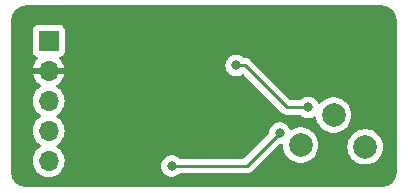
<source format=gbl>
%TF.GenerationSoftware,KiCad,Pcbnew,7.0.2*%
%TF.CreationDate,2023-07-05T23:29:04-07:00*%
%TF.ProjectId,555-timer-pwm-with-digipot,3535352d-7469-46d6-9572-2d70776d2d77,rev?*%
%TF.SameCoordinates,Original*%
%TF.FileFunction,Copper,L2,Bot*%
%TF.FilePolarity,Positive*%
%FSLAX46Y46*%
G04 Gerber Fmt 4.6, Leading zero omitted, Abs format (unit mm)*
G04 Created by KiCad (PCBNEW 7.0.2) date 2023-07-05 23:29:04*
%MOMM*%
%LPD*%
G01*
G04 APERTURE LIST*
%TA.AperFunction,ComponentPad*%
%ADD10R,1.700000X1.700000*%
%TD*%
%TA.AperFunction,ComponentPad*%
%ADD11O,1.700000X1.700000*%
%TD*%
%TA.AperFunction,ComponentPad*%
%ADD12C,2.000000*%
%TD*%
%TA.AperFunction,ViaPad*%
%ADD13C,0.800000*%
%TD*%
%TA.AperFunction,Conductor*%
%ADD14C,0.250000*%
%TD*%
G04 APERTURE END LIST*
D10*
%TO.P,J1,1,Pin_1*%
%TO.N,VCC*%
X136012000Y-87957000D03*
D11*
%TO.P,J1,2,Pin_2*%
%TO.N,GND*%
X136012000Y-90497000D03*
%TO.P,J1,3,Pin_3*%
%TO.N,/sda*%
X136012000Y-93037000D03*
%TO.P,J1,4,Pin_4*%
%TO.N,/scl*%
X136012000Y-95577000D03*
%TO.P,J1,5,Pin_5*%
%TO.N,/out*%
X136012000Y-98117000D03*
%TD*%
D12*
%TO.P,RL,1,1*%
%TO.N,Net-(D1-K)*%
X157352000Y-96791000D03*
%TD*%
%TO.P,RW,1,1*%
%TO.N,Net-(U1-THRES)*%
X160146000Y-94237000D03*
%TD*%
%TO.P,RH,1,1*%
%TO.N,Net-(D2-A)*%
X162813000Y-96932000D03*
%TD*%
D13*
%TO.N,GND*%
X151892000Y-86106000D03*
X139065000Y-86995000D03*
X163957000Y-93472000D03*
X146304000Y-95885000D03*
%TO.N,VCC*%
X155575000Y-95758000D03*
X146431000Y-98552000D03*
%TO.N,Net-(D1-K)*%
X157988000Y-93599000D03*
X151892000Y-90043000D03*
%TD*%
D14*
%TO.N,VCC*%
X155575000Y-95758000D02*
X152781000Y-98552000D01*
X152781000Y-98552000D02*
X146431000Y-98552000D01*
%TO.N,Net-(D1-K)*%
X156210000Y-93599000D02*
X152654000Y-90043000D01*
X157988000Y-93599000D02*
X156210000Y-93599000D01*
X152654000Y-90043000D02*
X151892000Y-90043000D01*
%TD*%
%TA.AperFunction,Conductor*%
%TO.N,GND*%
G36*
X164215853Y-84963881D02*
G01*
X164268001Y-84967986D01*
X164408583Y-84980286D01*
X164426705Y-84983238D01*
X164505476Y-85002149D01*
X164508477Y-85002910D01*
X164613793Y-85031130D01*
X164629150Y-85036343D01*
X164657451Y-85048065D01*
X164709496Y-85069622D01*
X164714376Y-85071770D01*
X164807788Y-85115329D01*
X164820135Y-85121963D01*
X164896163Y-85168553D01*
X164902477Y-85172694D01*
X164985166Y-85230594D01*
X164994551Y-85237860D01*
X165062975Y-85296299D01*
X165070124Y-85302908D01*
X165141090Y-85373874D01*
X165147699Y-85381023D01*
X165206135Y-85449442D01*
X165213414Y-85458844D01*
X165271299Y-85541513D01*
X165275451Y-85547845D01*
X165322028Y-85623852D01*
X165328680Y-85636231D01*
X165372208Y-85729577D01*
X165374388Y-85734531D01*
X165407655Y-85814848D01*
X165412868Y-85830205D01*
X165441067Y-85935442D01*
X165441866Y-85938589D01*
X165460760Y-86017290D01*
X165463714Y-86035429D01*
X165476020Y-86176082D01*
X165480118Y-86228155D01*
X165480499Y-86237871D01*
X165480500Y-99055123D01*
X165480118Y-99064853D01*
X165476020Y-99116916D01*
X165463714Y-99257571D01*
X165460760Y-99275705D01*
X165441866Y-99354408D01*
X165441067Y-99357556D01*
X165412868Y-99462793D01*
X165407655Y-99478150D01*
X165374388Y-99558467D01*
X165372208Y-99563421D01*
X165328680Y-99656767D01*
X165322025Y-99669153D01*
X165275451Y-99745153D01*
X165271299Y-99751485D01*
X165213414Y-99834154D01*
X165206129Y-99843563D01*
X165147699Y-99911975D01*
X165141090Y-99919124D01*
X165070124Y-99990090D01*
X165062975Y-99996699D01*
X164994563Y-100055129D01*
X164985154Y-100062414D01*
X164902485Y-100120299D01*
X164896153Y-100124451D01*
X164820153Y-100171025D01*
X164807767Y-100177680D01*
X164714421Y-100221208D01*
X164709467Y-100223388D01*
X164629150Y-100256655D01*
X164613793Y-100261868D01*
X164508556Y-100290067D01*
X164505409Y-100290866D01*
X164426708Y-100309760D01*
X164408569Y-100312714D01*
X164267917Y-100325020D01*
X164244706Y-100326847D01*
X164215833Y-100329119D01*
X164206129Y-100329500D01*
X134116877Y-100329500D01*
X134107147Y-100329118D01*
X134055083Y-100325020D01*
X133914427Y-100312714D01*
X133896293Y-100309760D01*
X133817590Y-100290866D01*
X133814442Y-100290067D01*
X133709205Y-100261868D01*
X133693848Y-100256655D01*
X133613531Y-100223388D01*
X133608577Y-100221208D01*
X133515224Y-100177676D01*
X133502852Y-100171028D01*
X133455554Y-100142044D01*
X133426845Y-100124451D01*
X133420513Y-100120299D01*
X133385624Y-100095869D01*
X133337839Y-100062410D01*
X133328442Y-100055135D01*
X133260023Y-99996699D01*
X133252874Y-99990090D01*
X133181908Y-99919124D01*
X133175299Y-99911975D01*
X133154545Y-99887675D01*
X133116860Y-99843551D01*
X133109594Y-99834166D01*
X133051694Y-99751477D01*
X133047547Y-99745153D01*
X133000963Y-99669135D01*
X132994329Y-99656788D01*
X132950770Y-99563376D01*
X132948622Y-99558496D01*
X132915343Y-99478150D01*
X132910130Y-99462793D01*
X132907255Y-99452063D01*
X132881910Y-99357476D01*
X132881153Y-99354494D01*
X132862236Y-99275698D01*
X132859285Y-99257579D01*
X132846979Y-99116916D01*
X132842880Y-99064833D01*
X132842500Y-99055131D01*
X132842500Y-98116999D01*
X134656340Y-98116999D01*
X134676936Y-98352407D01*
X134698397Y-98432500D01*
X134738097Y-98580663D01*
X134837965Y-98794830D01*
X134973505Y-98988401D01*
X135140599Y-99155495D01*
X135334170Y-99291035D01*
X135548337Y-99390903D01*
X135776592Y-99452063D01*
X136012000Y-99472659D01*
X136247408Y-99452063D01*
X136475663Y-99390903D01*
X136689830Y-99291035D01*
X136883401Y-99155495D01*
X137050495Y-98988401D01*
X137186035Y-98794830D01*
X137285903Y-98580663D01*
X137293583Y-98552000D01*
X145525540Y-98552000D01*
X145545326Y-98740257D01*
X145603820Y-98920284D01*
X145698466Y-99084216D01*
X145825129Y-99224889D01*
X145978269Y-99336151D01*
X146151197Y-99413144D01*
X146336352Y-99452500D01*
X146336354Y-99452500D01*
X146525648Y-99452500D01*
X146649084Y-99426262D01*
X146710803Y-99413144D01*
X146883730Y-99336151D01*
X147036871Y-99224888D01*
X147042598Y-99218527D01*
X147102084Y-99181879D01*
X147134747Y-99177500D01*
X152698256Y-99177500D01*
X152718762Y-99179764D01*
X152721665Y-99179672D01*
X152721667Y-99179673D01*
X152788872Y-99177561D01*
X152792768Y-99177500D01*
X152816448Y-99177500D01*
X152820350Y-99177500D01*
X152824313Y-99176999D01*
X152835962Y-99176080D01*
X152879627Y-99174709D01*
X152898859Y-99169120D01*
X152917918Y-99165174D01*
X152924196Y-99164381D01*
X152937792Y-99162664D01*
X152978407Y-99146582D01*
X152989444Y-99142803D01*
X153031390Y-99130618D01*
X153048629Y-99120422D01*
X153066102Y-99111862D01*
X153084732Y-99104486D01*
X153120064Y-99078814D01*
X153129830Y-99072400D01*
X153159031Y-99055131D01*
X153167420Y-99050170D01*
X153181585Y-99036004D01*
X153196373Y-99023373D01*
X153212587Y-99011594D01*
X153240438Y-98977926D01*
X153248279Y-98969309D01*
X155522770Y-96694819D01*
X155584094Y-96661334D01*
X155610452Y-96658500D01*
X155669645Y-96658500D01*
X155669646Y-96658500D01*
X155697571Y-96652564D01*
X155767236Y-96657879D01*
X155822971Y-96700015D01*
X155847077Y-96765595D01*
X155846929Y-96784088D01*
X155846356Y-96791000D01*
X155866891Y-97038816D01*
X155866891Y-97038819D01*
X155866892Y-97038821D01*
X155927937Y-97279881D01*
X155972960Y-97382523D01*
X156027825Y-97507604D01*
X156027827Y-97507607D01*
X156163836Y-97715785D01*
X156332256Y-97898738D01*
X156367925Y-97926500D01*
X156528485Y-98051470D01*
X156528487Y-98051471D01*
X156528491Y-98051474D01*
X156747190Y-98169828D01*
X156982386Y-98250571D01*
X157227665Y-98291500D01*
X157476335Y-98291500D01*
X157721614Y-98250571D01*
X157956810Y-98169828D01*
X158175509Y-98051474D01*
X158371744Y-97898738D01*
X158540164Y-97715785D01*
X158676173Y-97507607D01*
X158776063Y-97279881D01*
X158837108Y-97038821D01*
X158845959Y-96932000D01*
X161307356Y-96932000D01*
X161327891Y-97179816D01*
X161327891Y-97179819D01*
X161327892Y-97179821D01*
X161388937Y-97420881D01*
X161396960Y-97439171D01*
X161488825Y-97648604D01*
X161488827Y-97648607D01*
X161624836Y-97856785D01*
X161793256Y-98039738D01*
X161858667Y-98090650D01*
X161989485Y-98192470D01*
X161989487Y-98192471D01*
X161989491Y-98192474D01*
X162208190Y-98310828D01*
X162443386Y-98391571D01*
X162688665Y-98432500D01*
X162937335Y-98432500D01*
X163182614Y-98391571D01*
X163417810Y-98310828D01*
X163636509Y-98192474D01*
X163832744Y-98039738D01*
X164001164Y-97856785D01*
X164137173Y-97648607D01*
X164237063Y-97420881D01*
X164298108Y-97179821D01*
X164318643Y-96932000D01*
X164298108Y-96684179D01*
X164237063Y-96443119D01*
X164137173Y-96215393D01*
X164001164Y-96007215D01*
X163832744Y-95824262D01*
X163721464Y-95737649D01*
X163636514Y-95671529D01*
X163636510Y-95671526D01*
X163636509Y-95671526D01*
X163417810Y-95553172D01*
X163417806Y-95553170D01*
X163417805Y-95553170D01*
X163182615Y-95472429D01*
X162937335Y-95431500D01*
X162688665Y-95431500D01*
X162443384Y-95472429D01*
X162208194Y-95553170D01*
X162208190Y-95553171D01*
X162208190Y-95553172D01*
X162177568Y-95569744D01*
X161989485Y-95671529D01*
X161793259Y-95824259D01*
X161793256Y-95824261D01*
X161793256Y-95824262D01*
X161624836Y-96007215D01*
X161580947Y-96074393D01*
X161488825Y-96215395D01*
X161450786Y-96302117D01*
X161388937Y-96443119D01*
X161345285Y-96615495D01*
X161327891Y-96684183D01*
X161307356Y-96932000D01*
X158845959Y-96932000D01*
X158857643Y-96791000D01*
X158837108Y-96543179D01*
X158776063Y-96302119D01*
X158676173Y-96074393D01*
X158540164Y-95866215D01*
X158371744Y-95683262D01*
X158349612Y-95666036D01*
X158175514Y-95530529D01*
X158175510Y-95530526D01*
X158175509Y-95530526D01*
X157956810Y-95412172D01*
X157956806Y-95412170D01*
X157956805Y-95412170D01*
X157721615Y-95331429D01*
X157476335Y-95290500D01*
X157227665Y-95290500D01*
X156982384Y-95331429D01*
X156747191Y-95412171D01*
X156590918Y-95496742D01*
X156522590Y-95511337D01*
X156457218Y-95486674D01*
X156415557Y-95430584D01*
X156413970Y-95426004D01*
X156402179Y-95389716D01*
X156307533Y-95225783D01*
X156180870Y-95085110D01*
X156027730Y-94973848D01*
X155854802Y-94896855D01*
X155669648Y-94857500D01*
X155669646Y-94857500D01*
X155480354Y-94857500D01*
X155480352Y-94857500D01*
X155295197Y-94896855D01*
X155122269Y-94973848D01*
X154969129Y-95085110D01*
X154842466Y-95225783D01*
X154747820Y-95389715D01*
X154689326Y-95569742D01*
X154671679Y-95737649D01*
X154645094Y-95802263D01*
X154636039Y-95812368D01*
X152558228Y-97890181D01*
X152496905Y-97923666D01*
X152470547Y-97926500D01*
X147134747Y-97926500D01*
X147067708Y-97906815D01*
X147042599Y-97885473D01*
X147036871Y-97879112D01*
X146883730Y-97767849D01*
X146883729Y-97767848D01*
X146883727Y-97767847D01*
X146710802Y-97690855D01*
X146525648Y-97651500D01*
X146525646Y-97651500D01*
X146336354Y-97651500D01*
X146336352Y-97651500D01*
X146151197Y-97690855D01*
X145978269Y-97767848D01*
X145825129Y-97879110D01*
X145698466Y-98019783D01*
X145603820Y-98183715D01*
X145545326Y-98363742D01*
X145525540Y-98552000D01*
X137293583Y-98552000D01*
X137347063Y-98352408D01*
X137367659Y-98117000D01*
X137360899Y-98039740D01*
X137347063Y-97881592D01*
X137316586Y-97767849D01*
X137285903Y-97653337D01*
X137186035Y-97439171D01*
X137050495Y-97245599D01*
X136883401Y-97078505D01*
X136697839Y-96948573D01*
X136654216Y-96893998D01*
X136647022Y-96824500D01*
X136678545Y-96762145D01*
X136697837Y-96745428D01*
X136883401Y-96615495D01*
X137050495Y-96448401D01*
X137186035Y-96254830D01*
X137285903Y-96040663D01*
X137347063Y-95812408D01*
X137367659Y-95577000D01*
X137347063Y-95341592D01*
X137285903Y-95113337D01*
X137186035Y-94899171D01*
X137050495Y-94705599D01*
X136883401Y-94538505D01*
X136697839Y-94408573D01*
X136654216Y-94353998D01*
X136647022Y-94284500D01*
X136678545Y-94222145D01*
X136697837Y-94205428D01*
X136883401Y-94075495D01*
X137050495Y-93908401D01*
X137186035Y-93714830D01*
X137285903Y-93500663D01*
X137347063Y-93272408D01*
X137367659Y-93037000D01*
X137347063Y-92801592D01*
X137285903Y-92573337D01*
X137186035Y-92359171D01*
X137050495Y-92165599D01*
X136883401Y-91998505D01*
X136697402Y-91868267D01*
X136653780Y-91813692D01*
X136646587Y-91744193D01*
X136678109Y-91681839D01*
X136697405Y-91665119D01*
X136883078Y-91535109D01*
X137050106Y-91368081D01*
X137185600Y-91174576D01*
X137285430Y-90960492D01*
X137342636Y-90747000D01*
X136445686Y-90747000D01*
X136471493Y-90706844D01*
X136512000Y-90568889D01*
X136512000Y-90425111D01*
X136471493Y-90287156D01*
X136445686Y-90247000D01*
X137342636Y-90247000D01*
X137342635Y-90246999D01*
X137287973Y-90042999D01*
X150986540Y-90042999D01*
X151006326Y-90231257D01*
X151064820Y-90411284D01*
X151159466Y-90575216D01*
X151286129Y-90715889D01*
X151439269Y-90827151D01*
X151612197Y-90904144D01*
X151797352Y-90943500D01*
X151797354Y-90943500D01*
X151986648Y-90943500D01*
X152110083Y-90917262D01*
X152171803Y-90904144D01*
X152344730Y-90827151D01*
X152380003Y-90801523D01*
X152445810Y-90778043D01*
X152513864Y-90793868D01*
X152540570Y-90814160D01*
X155709196Y-93982787D01*
X155722096Y-93998888D01*
X155773223Y-94046900D01*
X155776020Y-94049611D01*
X155795529Y-94069120D01*
X155798709Y-94071587D01*
X155807571Y-94079155D01*
X155839417Y-94109061D01*
X155839418Y-94109062D01*
X155856970Y-94118711D01*
X155873238Y-94129397D01*
X155889064Y-94141673D01*
X155929146Y-94159017D01*
X155939633Y-94164155D01*
X155977907Y-94185197D01*
X155986410Y-94187379D01*
X155997308Y-94190178D01*
X156015713Y-94196478D01*
X156034104Y-94204437D01*
X156077250Y-94211270D01*
X156088668Y-94213635D01*
X156130981Y-94224500D01*
X156151016Y-94224500D01*
X156170415Y-94226027D01*
X156190196Y-94229160D01*
X156233674Y-94225050D01*
X156245344Y-94224500D01*
X157284253Y-94224500D01*
X157351292Y-94244185D01*
X157376400Y-94265526D01*
X157382129Y-94271888D01*
X157535270Y-94383151D01*
X157535271Y-94383151D01*
X157535272Y-94383152D01*
X157708197Y-94460144D01*
X157893352Y-94499500D01*
X157893354Y-94499500D01*
X158082648Y-94499500D01*
X158206083Y-94473262D01*
X158267803Y-94460144D01*
X158440730Y-94383151D01*
X158462175Y-94367569D01*
X158527981Y-94344088D01*
X158596035Y-94359912D01*
X158644731Y-94410017D01*
X158658639Y-94457644D01*
X158660891Y-94484816D01*
X158660891Y-94484819D01*
X158660892Y-94484821D01*
X158721937Y-94725881D01*
X158766960Y-94828523D01*
X158821825Y-94953604D01*
X158821827Y-94953607D01*
X158957836Y-95161785D01*
X159126256Y-95344738D01*
X159126259Y-95344740D01*
X159322485Y-95497470D01*
X159322487Y-95497471D01*
X159322491Y-95497474D01*
X159541190Y-95615828D01*
X159776386Y-95696571D01*
X160021665Y-95737500D01*
X160270335Y-95737500D01*
X160515614Y-95696571D01*
X160750810Y-95615828D01*
X160969509Y-95497474D01*
X161165744Y-95344738D01*
X161334164Y-95161785D01*
X161470173Y-94953607D01*
X161570063Y-94725881D01*
X161631108Y-94484821D01*
X161651643Y-94237000D01*
X161631108Y-93989179D01*
X161570063Y-93748119D01*
X161470173Y-93520393D01*
X161334164Y-93312215D01*
X161165744Y-93129262D01*
X161143612Y-93112036D01*
X160969514Y-92976529D01*
X160969510Y-92976526D01*
X160969509Y-92976526D01*
X160750810Y-92858172D01*
X160750806Y-92858170D01*
X160750805Y-92858170D01*
X160515615Y-92777429D01*
X160270335Y-92736500D01*
X160021665Y-92736500D01*
X159776384Y-92777429D01*
X159541194Y-92858170D01*
X159322485Y-92976529D01*
X159126255Y-93129262D01*
X159013343Y-93251916D01*
X158953456Y-93287907D01*
X158883618Y-93285806D01*
X158826002Y-93246282D01*
X158814727Y-93229933D01*
X158720533Y-93066783D01*
X158593870Y-92926110D01*
X158440730Y-92814848D01*
X158267802Y-92737855D01*
X158082648Y-92698500D01*
X158082646Y-92698500D01*
X157893354Y-92698500D01*
X157893352Y-92698500D01*
X157708197Y-92737855D01*
X157535272Y-92814847D01*
X157433175Y-92889024D01*
X157382129Y-92926112D01*
X157376401Y-92932472D01*
X157316916Y-92969121D01*
X157284253Y-92973500D01*
X156520453Y-92973500D01*
X156453414Y-92953815D01*
X156432772Y-92937181D01*
X153154802Y-89659211D01*
X153141906Y-89643113D01*
X153090775Y-89595098D01*
X153087978Y-89592387D01*
X153071227Y-89575636D01*
X153068471Y-89572880D01*
X153065290Y-89570412D01*
X153056422Y-89562837D01*
X153024582Y-89532938D01*
X153007024Y-89523285D01*
X152990764Y-89512604D01*
X152974936Y-89500327D01*
X152934851Y-89482980D01*
X152924361Y-89477841D01*
X152886091Y-89456802D01*
X152866691Y-89451821D01*
X152848284Y-89445519D01*
X152829897Y-89437562D01*
X152786758Y-89430729D01*
X152775324Y-89428361D01*
X152733019Y-89417500D01*
X152712984Y-89417500D01*
X152693586Y-89415973D01*
X152686162Y-89414797D01*
X152673805Y-89412840D01*
X152673804Y-89412840D01*
X152640751Y-89415964D01*
X152630325Y-89416950D01*
X152618656Y-89417500D01*
X152595747Y-89417500D01*
X152528708Y-89397815D01*
X152503599Y-89376473D01*
X152497871Y-89370112D01*
X152344730Y-89258849D01*
X152344729Y-89258848D01*
X152344727Y-89258847D01*
X152171802Y-89181855D01*
X151986648Y-89142500D01*
X151986646Y-89142500D01*
X151797354Y-89142500D01*
X151797352Y-89142500D01*
X151612197Y-89181855D01*
X151439269Y-89258848D01*
X151286129Y-89370110D01*
X151159466Y-89510783D01*
X151064820Y-89674715D01*
X151006326Y-89854742D01*
X150986540Y-90042999D01*
X137287973Y-90042999D01*
X137285430Y-90033507D01*
X137185599Y-89819421D01*
X137050109Y-89625921D01*
X136928053Y-89503865D01*
X136894568Y-89442542D01*
X136899552Y-89372850D01*
X136941424Y-89316917D01*
X136972397Y-89300004D01*
X137104331Y-89250796D01*
X137219546Y-89164546D01*
X137305796Y-89049331D01*
X137356091Y-88914483D01*
X137362500Y-88854873D01*
X137362499Y-87059128D01*
X137356091Y-86999517D01*
X137305796Y-86864669D01*
X137219546Y-86749454D01*
X137104331Y-86663204D01*
X136969483Y-86612909D01*
X136909873Y-86606500D01*
X136906550Y-86606500D01*
X135117439Y-86606500D01*
X135117420Y-86606500D01*
X135114128Y-86606501D01*
X135110848Y-86606853D01*
X135110840Y-86606854D01*
X135054515Y-86612909D01*
X134919669Y-86663204D01*
X134804454Y-86749454D01*
X134718204Y-86864668D01*
X134667910Y-86999515D01*
X134667909Y-86999517D01*
X134661500Y-87059127D01*
X134661500Y-87062448D01*
X134661500Y-87062449D01*
X134661500Y-88851560D01*
X134661500Y-88851578D01*
X134661501Y-88854872D01*
X134667909Y-88914483D01*
X134718204Y-89049331D01*
X134804454Y-89164546D01*
X134919669Y-89250796D01*
X135051598Y-89300002D01*
X135107532Y-89341873D01*
X135131949Y-89407337D01*
X135117097Y-89475610D01*
X135095947Y-89503865D01*
X134973888Y-89625924D01*
X134838400Y-89819421D01*
X134738569Y-90033507D01*
X134681364Y-90246999D01*
X134681364Y-90247000D01*
X135578314Y-90247000D01*
X135552507Y-90287156D01*
X135512000Y-90425111D01*
X135512000Y-90568889D01*
X135552507Y-90706844D01*
X135578314Y-90747000D01*
X134681364Y-90747000D01*
X134738569Y-90960492D01*
X134838399Y-91174576D01*
X134973893Y-91368081D01*
X135140918Y-91535106D01*
X135326595Y-91665119D01*
X135370219Y-91719696D01*
X135377412Y-91789195D01*
X135345890Y-91851549D01*
X135326595Y-91868269D01*
X135140595Y-91998508D01*
X134973505Y-92165598D01*
X134837965Y-92359170D01*
X134738097Y-92573336D01*
X134676936Y-92801592D01*
X134656340Y-93036999D01*
X134676936Y-93272407D01*
X134720995Y-93436837D01*
X134738097Y-93500663D01*
X134837965Y-93714830D01*
X134973505Y-93908401D01*
X135140599Y-94075495D01*
X135326160Y-94205426D01*
X135369783Y-94260002D01*
X135376976Y-94329501D01*
X135345454Y-94391855D01*
X135326159Y-94408575D01*
X135140595Y-94538508D01*
X134973505Y-94705598D01*
X134837965Y-94899170D01*
X134738097Y-95113336D01*
X134676936Y-95341592D01*
X134656340Y-95577000D01*
X134676936Y-95812407D01*
X134680112Y-95824259D01*
X134738097Y-96040663D01*
X134837965Y-96254830D01*
X134973505Y-96448401D01*
X135140599Y-96615495D01*
X135326160Y-96745426D01*
X135369783Y-96800002D01*
X135376976Y-96869501D01*
X135345454Y-96931855D01*
X135326159Y-96948575D01*
X135140595Y-97078508D01*
X134973505Y-97245598D01*
X134837965Y-97439170D01*
X134738097Y-97653336D01*
X134676936Y-97881592D01*
X134656340Y-98116999D01*
X132842500Y-98116999D01*
X132842500Y-86237873D01*
X132842882Y-86228145D01*
X132846979Y-86176078D01*
X132859286Y-86035412D01*
X132862238Y-86017293D01*
X132862239Y-86017290D01*
X132881158Y-85938486D01*
X132881901Y-85935558D01*
X132910133Y-85830196D01*
X132915343Y-85814848D01*
X132948637Y-85734469D01*
X132950754Y-85729656D01*
X132994336Y-85636196D01*
X133000954Y-85623878D01*
X133047572Y-85547806D01*
X133051673Y-85541552D01*
X133109608Y-85458812D01*
X133116843Y-85449468D01*
X133175323Y-85380996D01*
X133181883Y-85373900D01*
X133252900Y-85302883D01*
X133259996Y-85296323D01*
X133328468Y-85237843D01*
X133337812Y-85230608D01*
X133420552Y-85172673D01*
X133426806Y-85168572D01*
X133502878Y-85121954D01*
X133515196Y-85115336D01*
X133608656Y-85071754D01*
X133613469Y-85069637D01*
X133693853Y-85036341D01*
X133709196Y-85031133D01*
X133814559Y-85002901D01*
X133817469Y-85002162D01*
X133896305Y-84983235D01*
X133914416Y-84980286D01*
X134055078Y-84967979D01*
X134107167Y-84963880D01*
X134116868Y-84963500D01*
X164206126Y-84963500D01*
X164215853Y-84963881D01*
G37*
%TD.AperFunction*%
%TD*%
M02*

</source>
